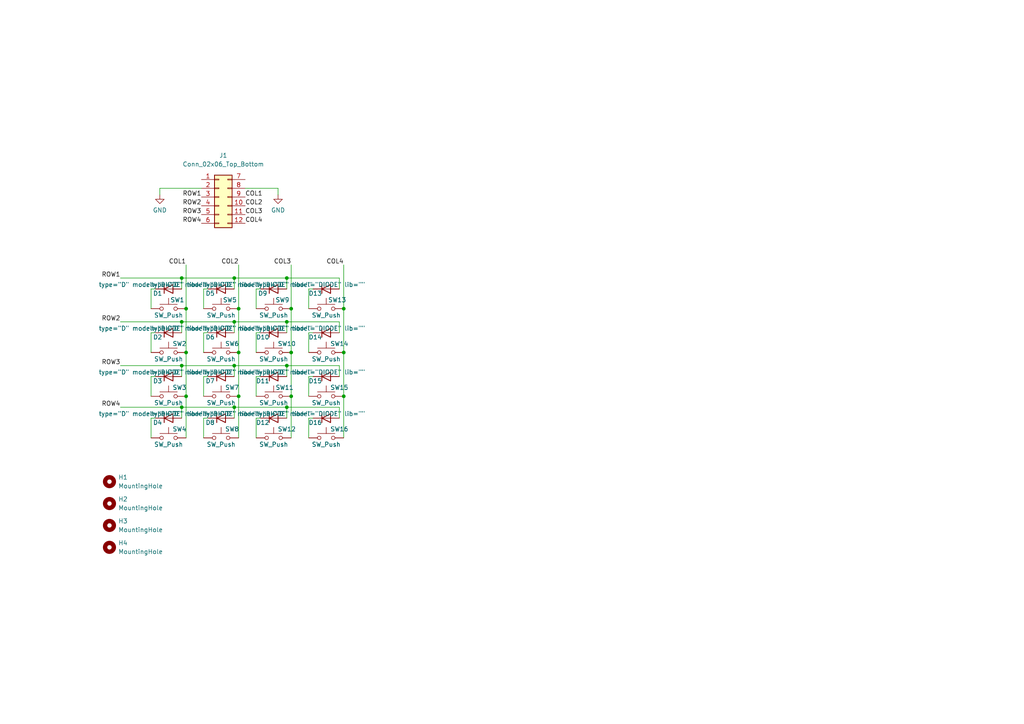
<source format=kicad_sch>
(kicad_sch (version 20211123) (generator eeschema)

  (uuid e63e39d7-6ac0-4ffd-8aa3-1841a4541b55)

  (paper "A4")

  (lib_symbols
    (symbol "Connector_Generic:Conn_02x06_Top_Bottom" (pin_names (offset 1.016) hide) (in_bom yes) (on_board yes)
      (property "Reference" "J" (id 0) (at 1.27 7.62 0)
        (effects (font (size 1.27 1.27)))
      )
      (property "Value" "Conn_02x06_Top_Bottom" (id 1) (at 1.27 -10.16 0)
        (effects (font (size 1.27 1.27)))
      )
      (property "Footprint" "" (id 2) (at 0 0 0)
        (effects (font (size 1.27 1.27)) hide)
      )
      (property "Datasheet" "~" (id 3) (at 0 0 0)
        (effects (font (size 1.27 1.27)) hide)
      )
      (property "ki_keywords" "connector" (id 4) (at 0 0 0)
        (effects (font (size 1.27 1.27)) hide)
      )
      (property "ki_description" "Generic connector, double row, 02x06, top/bottom pin numbering scheme (row 1: 1...pins_per_row, row2: pins_per_row+1 ... num_pins), script generated (kicad-library-utils/schlib/autogen/connector/)" (id 5) (at 0 0 0)
        (effects (font (size 1.27 1.27)) hide)
      )
      (property "ki_fp_filters" "Connector*:*_2x??_*" (id 6) (at 0 0 0)
        (effects (font (size 1.27 1.27)) hide)
      )
      (symbol "Conn_02x06_Top_Bottom_1_1"
        (rectangle (start -1.27 -7.493) (end 0 -7.747)
          (stroke (width 0.1524) (type default) (color 0 0 0 0))
          (fill (type none))
        )
        (rectangle (start -1.27 -4.953) (end 0 -5.207)
          (stroke (width 0.1524) (type default) (color 0 0 0 0))
          (fill (type none))
        )
        (rectangle (start -1.27 -2.413) (end 0 -2.667)
          (stroke (width 0.1524) (type default) (color 0 0 0 0))
          (fill (type none))
        )
        (rectangle (start -1.27 0.127) (end 0 -0.127)
          (stroke (width 0.1524) (type default) (color 0 0 0 0))
          (fill (type none))
        )
        (rectangle (start -1.27 2.667) (end 0 2.413)
          (stroke (width 0.1524) (type default) (color 0 0 0 0))
          (fill (type none))
        )
        (rectangle (start -1.27 5.207) (end 0 4.953)
          (stroke (width 0.1524) (type default) (color 0 0 0 0))
          (fill (type none))
        )
        (rectangle (start -1.27 6.35) (end 3.81 -8.89)
          (stroke (width 0.254) (type default) (color 0 0 0 0))
          (fill (type background))
        )
        (rectangle (start 3.81 -7.493) (end 2.54 -7.747)
          (stroke (width 0.1524) (type default) (color 0 0 0 0))
          (fill (type none))
        )
        (rectangle (start 3.81 -4.953) (end 2.54 -5.207)
          (stroke (width 0.1524) (type default) (color 0 0 0 0))
          (fill (type none))
        )
        (rectangle (start 3.81 -2.413) (end 2.54 -2.667)
          (stroke (width 0.1524) (type default) (color 0 0 0 0))
          (fill (type none))
        )
        (rectangle (start 3.81 0.127) (end 2.54 -0.127)
          (stroke (width 0.1524) (type default) (color 0 0 0 0))
          (fill (type none))
        )
        (rectangle (start 3.81 2.667) (end 2.54 2.413)
          (stroke (width 0.1524) (type default) (color 0 0 0 0))
          (fill (type none))
        )
        (rectangle (start 3.81 5.207) (end 2.54 4.953)
          (stroke (width 0.1524) (type default) (color 0 0 0 0))
          (fill (type none))
        )
        (pin passive line (at -5.08 5.08 0) (length 3.81)
          (name "Pin_1" (effects (font (size 1.27 1.27))))
          (number "1" (effects (font (size 1.27 1.27))))
        )
        (pin passive line (at 7.62 -2.54 180) (length 3.81)
          (name "Pin_10" (effects (font (size 1.27 1.27))))
          (number "10" (effects (font (size 1.27 1.27))))
        )
        (pin passive line (at 7.62 -5.08 180) (length 3.81)
          (name "Pin_11" (effects (font (size 1.27 1.27))))
          (number "11" (effects (font (size 1.27 1.27))))
        )
        (pin passive line (at 7.62 -7.62 180) (length 3.81)
          (name "Pin_12" (effects (font (size 1.27 1.27))))
          (number "12" (effects (font (size 1.27 1.27))))
        )
        (pin passive line (at -5.08 2.54 0) (length 3.81)
          (name "Pin_2" (effects (font (size 1.27 1.27))))
          (number "2" (effects (font (size 1.27 1.27))))
        )
        (pin passive line (at -5.08 0 0) (length 3.81)
          (name "Pin_3" (effects (font (size 1.27 1.27))))
          (number "3" (effects (font (size 1.27 1.27))))
        )
        (pin passive line (at -5.08 -2.54 0) (length 3.81)
          (name "Pin_4" (effects (font (size 1.27 1.27))))
          (number "4" (effects (font (size 1.27 1.27))))
        )
        (pin passive line (at -5.08 -5.08 0) (length 3.81)
          (name "Pin_5" (effects (font (size 1.27 1.27))))
          (number "5" (effects (font (size 1.27 1.27))))
        )
        (pin passive line (at -5.08 -7.62 0) (length 3.81)
          (name "Pin_6" (effects (font (size 1.27 1.27))))
          (number "6" (effects (font (size 1.27 1.27))))
        )
        (pin passive line (at 7.62 5.08 180) (length 3.81)
          (name "Pin_7" (effects (font (size 1.27 1.27))))
          (number "7" (effects (font (size 1.27 1.27))))
        )
        (pin passive line (at 7.62 2.54 180) (length 3.81)
          (name "Pin_8" (effects (font (size 1.27 1.27))))
          (number "8" (effects (font (size 1.27 1.27))))
        )
        (pin passive line (at 7.62 0 180) (length 3.81)
          (name "Pin_9" (effects (font (size 1.27 1.27))))
          (number "9" (effects (font (size 1.27 1.27))))
        )
      )
    )
    (symbol "Mechanical:MountingHole" (pin_names (offset 1.016)) (in_bom yes) (on_board yes)
      (property "Reference" "H" (id 0) (at 0 5.08 0)
        (effects (font (size 1.27 1.27)))
      )
      (property "Value" "MountingHole" (id 1) (at 0 3.175 0)
        (effects (font (size 1.27 1.27)))
      )
      (property "Footprint" "" (id 2) (at 0 0 0)
        (effects (font (size 1.27 1.27)) hide)
      )
      (property "Datasheet" "~" (id 3) (at 0 0 0)
        (effects (font (size 1.27 1.27)) hide)
      )
      (property "ki_keywords" "mounting hole" (id 4) (at 0 0 0)
        (effects (font (size 1.27 1.27)) hide)
      )
      (property "ki_description" "Mounting Hole without connection" (id 5) (at 0 0 0)
        (effects (font (size 1.27 1.27)) hide)
      )
      (property "ki_fp_filters" "MountingHole*" (id 6) (at 0 0 0)
        (effects (font (size 1.27 1.27)) hide)
      )
      (symbol "MountingHole_0_1"
        (circle (center 0 0) (radius 1.27)
          (stroke (width 1.27) (type default) (color 0 0 0 0))
          (fill (type none))
        )
      )
    )
    (symbol "Simulation_SPICE:DIODE" (pin_numbers hide) (pin_names (offset 1.016) hide) (in_bom yes) (on_board yes)
      (property "Reference" "D" (id 0) (at 0 2.54 0)
        (effects (font (size 1.27 1.27)))
      )
      (property "Value" "DIODE" (id 1) (at 0 -2.54 0)
        (effects (font (size 1.27 1.27)))
      )
      (property "Footprint" "" (id 2) (at 0 0 0)
        (effects (font (size 1.27 1.27)) hide)
      )
      (property "Datasheet" "~" (id 3) (at 0 0 0)
        (effects (font (size 1.27 1.27)) hide)
      )
      (property "Spice_Netlist_Enabled" "Y" (id 4) (at 0 0 0)
        (effects (font (size 1.27 1.27)) (justify left) hide)
      )
      (property "Spice_Primitive" "D" (id 5) (at 0 0 0)
        (effects (font (size 1.27 1.27)) (justify left) hide)
      )
      (property "ki_keywords" "simulation" (id 6) (at 0 0 0)
        (effects (font (size 1.27 1.27)) hide)
      )
      (property "ki_description" "Diode, anode on pin 1, for simulation only!" (id 7) (at 0 0 0)
        (effects (font (size 1.27 1.27)) hide)
      )
      (symbol "DIODE_0_1"
        (polyline
          (pts
            (xy 1.27 0)
            (xy -1.27 0)
          )
          (stroke (width 0) (type default) (color 0 0 0 0))
          (fill (type none))
        )
        (polyline
          (pts
            (xy 1.27 1.27)
            (xy 1.27 -1.27)
          )
          (stroke (width 0.254) (type default) (color 0 0 0 0))
          (fill (type none))
        )
        (polyline
          (pts
            (xy -1.27 -1.27)
            (xy -1.27 1.27)
            (xy 1.27 0)
            (xy -1.27 -1.27)
          )
          (stroke (width 0.254) (type default) (color 0 0 0 0))
          (fill (type none))
        )
      )
      (symbol "DIODE_1_1"
        (pin passive line (at -3.81 0 0) (length 2.54)
          (name "A" (effects (font (size 1.27 1.27))))
          (number "1" (effects (font (size 1.27 1.27))))
        )
        (pin passive line (at 3.81 0 180) (length 2.54)
          (name "K" (effects (font (size 1.27 1.27))))
          (number "2" (effects (font (size 1.27 1.27))))
        )
      )
    )
    (symbol "Switch:SW_Push" (pin_numbers hide) (pin_names (offset 1.016) hide) (in_bom yes) (on_board yes)
      (property "Reference" "SW" (id 0) (at 1.27 2.54 0)
        (effects (font (size 1.27 1.27)) (justify left))
      )
      (property "Value" "SW_Push" (id 1) (at 0 -1.524 0)
        (effects (font (size 1.27 1.27)))
      )
      (property "Footprint" "" (id 2) (at 0 5.08 0)
        (effects (font (size 1.27 1.27)) hide)
      )
      (property "Datasheet" "~" (id 3) (at 0 5.08 0)
        (effects (font (size 1.27 1.27)) hide)
      )
      (property "ki_keywords" "switch normally-open pushbutton push-button" (id 4) (at 0 0 0)
        (effects (font (size 1.27 1.27)) hide)
      )
      (property "ki_description" "Push button switch, generic, two pins" (id 5) (at 0 0 0)
        (effects (font (size 1.27 1.27)) hide)
      )
      (symbol "SW_Push_0_1"
        (circle (center -2.032 0) (radius 0.508)
          (stroke (width 0) (type default) (color 0 0 0 0))
          (fill (type none))
        )
        (polyline
          (pts
            (xy 0 1.27)
            (xy 0 3.048)
          )
          (stroke (width 0) (type default) (color 0 0 0 0))
          (fill (type none))
        )
        (polyline
          (pts
            (xy 2.54 1.27)
            (xy -2.54 1.27)
          )
          (stroke (width 0) (type default) (color 0 0 0 0))
          (fill (type none))
        )
        (circle (center 2.032 0) (radius 0.508)
          (stroke (width 0) (type default) (color 0 0 0 0))
          (fill (type none))
        )
        (pin passive line (at -5.08 0 0) (length 2.54)
          (name "1" (effects (font (size 1.27 1.27))))
          (number "1" (effects (font (size 1.27 1.27))))
        )
        (pin passive line (at 5.08 0 180) (length 2.54)
          (name "2" (effects (font (size 1.27 1.27))))
          (number "2" (effects (font (size 1.27 1.27))))
        )
      )
    )
    (symbol "power:GND" (power) (pin_names (offset 0)) (in_bom yes) (on_board yes)
      (property "Reference" "#PWR" (id 0) (at 0 -6.35 0)
        (effects (font (size 1.27 1.27)) hide)
      )
      (property "Value" "GND" (id 1) (at 0 -3.81 0)
        (effects (font (size 1.27 1.27)))
      )
      (property "Footprint" "" (id 2) (at 0 0 0)
        (effects (font (size 1.27 1.27)) hide)
      )
      (property "Datasheet" "" (id 3) (at 0 0 0)
        (effects (font (size 1.27 1.27)) hide)
      )
      (property "ki_keywords" "power-flag" (id 4) (at 0 0 0)
        (effects (font (size 1.27 1.27)) hide)
      )
      (property "ki_description" "Power symbol creates a global label with name \"GND\" , ground" (id 5) (at 0 0 0)
        (effects (font (size 1.27 1.27)) hide)
      )
      (symbol "GND_0_1"
        (polyline
          (pts
            (xy 0 0)
            (xy 0 -1.27)
            (xy 1.27 -1.27)
            (xy 0 -2.54)
            (xy -1.27 -1.27)
            (xy 0 -1.27)
          )
          (stroke (width 0) (type default) (color 0 0 0 0))
          (fill (type none))
        )
      )
      (symbol "GND_1_1"
        (pin power_in line (at 0 0 270) (length 0) hide
          (name "GND" (effects (font (size 1.27 1.27))))
          (number "1" (effects (font (size 1.27 1.27))))
        )
      )
    )
  )

  (junction (at 84.455 89.535) (diameter 0) (color 0 0 0 0)
    (uuid 01723a82-fa08-43be-8721-15096bb9031d)
  )
  (junction (at 99.695 114.935) (diameter 0) (color 0 0 0 0)
    (uuid 0f9ba287-2a61-479b-8852-ddd7990940ce)
  )
  (junction (at 53.975 102.235) (diameter 0) (color 0 0 0 0)
    (uuid 13660b2f-2549-4305-a03e-7c763dff219c)
  )
  (junction (at 52.705 118.11) (diameter 0) (color 0 0 0 0)
    (uuid 24abe29c-3a99-4d5f-a3d2-8cd3a6dbb1f9)
  )
  (junction (at 52.705 80.645) (diameter 0) (color 0 0 0 0)
    (uuid 2f538dc6-030c-4a10-89a8-bc88ece804a6)
  )
  (junction (at 69.215 89.535) (diameter 0) (color 0 0 0 0)
    (uuid 337c5235-aeb0-4a46-b90a-22097903fb57)
  )
  (junction (at 52.705 106.045) (diameter 0) (color 0 0 0 0)
    (uuid 3efb924a-33f5-40ad-bc41-2ebdc95d8b9a)
  )
  (junction (at 99.695 102.235) (diameter 0) (color 0 0 0 0)
    (uuid 4348a376-78c0-499d-b050-832a821981d9)
  )
  (junction (at 53.975 114.935) (diameter 0) (color 0 0 0 0)
    (uuid 5ba4f14b-3667-4c0e-82ed-ecf65ed0bc88)
  )
  (junction (at 83.185 80.645) (diameter 0) (color 0 0 0 0)
    (uuid 6573397a-f835-42ce-aa8f-40ff62a75314)
  )
  (junction (at 67.945 106.045) (diameter 0) (color 0 0 0 0)
    (uuid 6d36ae2d-2e57-42db-a613-d288bda9c1b3)
  )
  (junction (at 67.945 118.11) (diameter 0) (color 0 0 0 0)
    (uuid 749c5942-710d-4633-b4c5-4ca543b4f6f5)
  )
  (junction (at 84.455 114.935) (diameter 0) (color 0 0 0 0)
    (uuid 811b8840-460b-473b-bb4d-58b9abd4dc0b)
  )
  (junction (at 69.215 114.935) (diameter 0) (color 0 0 0 0)
    (uuid 87c219df-9934-4674-89a5-8203ef250360)
  )
  (junction (at 67.945 80.645) (diameter 0) (color 0 0 0 0)
    (uuid a654d21f-b21d-4067-9e45-f588a87ffae3)
  )
  (junction (at 69.215 102.235) (diameter 0) (color 0 0 0 0)
    (uuid adb4b374-3456-4f73-a128-784a9fdc72fd)
  )
  (junction (at 83.185 93.345) (diameter 0) (color 0 0 0 0)
    (uuid c6c13c12-d17b-422c-9c9c-9cb261067855)
  )
  (junction (at 52.705 93.345) (diameter 0) (color 0 0 0 0)
    (uuid c9f9d1e9-12ea-4ca3-9cf9-99d92c3f8aa3)
  )
  (junction (at 83.185 118.11) (diameter 0) (color 0 0 0 0)
    (uuid d74daecb-ea77-440d-a5fe-0fa8cb635fe2)
  )
  (junction (at 99.695 89.535) (diameter 0) (color 0 0 0 0)
    (uuid e1991f6c-0bb0-408d-85c6-446d1df97641)
  )
  (junction (at 83.185 106.045) (diameter 0) (color 0 0 0 0)
    (uuid e3008e4e-88b0-4286-b6bc-8b279772d07a)
  )
  (junction (at 67.945 93.345) (diameter 0) (color 0 0 0 0)
    (uuid f2c449ac-4242-47f7-8661-24dee12286a1)
  )
  (junction (at 84.455 102.235) (diameter 0) (color 0 0 0 0)
    (uuid f97f8e70-3f1e-4b8d-9738-df187d27f5d7)
  )
  (junction (at 53.975 89.535) (diameter 0) (color 0 0 0 0)
    (uuid fa4d7b27-dd43-4fd3-bae6-74d440b1f8fa)
  )

  (wire (pts (xy 67.945 106.045) (xy 83.185 106.045))
    (stroke (width 0) (type default) (color 0 0 0 0))
    (uuid 01a3cd73-9c2c-43cf-ad62-c0e5060d2128)
  )
  (wire (pts (xy 52.705 106.045) (xy 67.945 106.045))
    (stroke (width 0) (type default) (color 0 0 0 0))
    (uuid 06e8718a-d98e-4839-a652-38c7b7ecce78)
  )
  (wire (pts (xy 59.055 83.82) (xy 59.055 89.535))
    (stroke (width 0) (type default) (color 0 0 0 0))
    (uuid 096c17a2-a2ac-4fbd-9636-e242a9ea91f9)
  )
  (wire (pts (xy 34.925 80.645) (xy 52.705 80.645))
    (stroke (width 0) (type default) (color 0 0 0 0))
    (uuid 0c02527a-78fb-4f74-aaf7-c2da7af77c52)
  )
  (wire (pts (xy 69.215 76.835) (xy 69.215 89.535))
    (stroke (width 0) (type default) (color 0 0 0 0))
    (uuid 0c701839-e0c0-4ce3-9010-e6dcd5f568ca)
  )
  (wire (pts (xy 90.805 109.22) (xy 89.535 109.22))
    (stroke (width 0) (type default) (color 0 0 0 0))
    (uuid 0e3ef976-c49e-4b76-95be-3158a39d9c42)
  )
  (wire (pts (xy 45.085 96.52) (xy 43.815 96.52))
    (stroke (width 0) (type default) (color 0 0 0 0))
    (uuid 125c2037-842f-482b-a09e-4035e2d9d8ed)
  )
  (wire (pts (xy 98.425 83.82) (xy 98.425 80.645))
    (stroke (width 0) (type default) (color 0 0 0 0))
    (uuid 1859f614-d367-4f5d-a6a7-87f59d922033)
  )
  (wire (pts (xy 98.425 121.285) (xy 98.425 118.11))
    (stroke (width 0) (type default) (color 0 0 0 0))
    (uuid 195d3e6f-5e77-4e54-ac06-11c0f2c5437e)
  )
  (wire (pts (xy 84.455 89.535) (xy 84.455 102.235))
    (stroke (width 0) (type default) (color 0 0 0 0))
    (uuid 1cccfad9-77ed-41ae-a006-b7fb3465c41a)
  )
  (wire (pts (xy 59.055 96.52) (xy 59.055 102.235))
    (stroke (width 0) (type default) (color 0 0 0 0))
    (uuid 27bcf69e-c2fb-4c6d-97ae-dcd404de3df2)
  )
  (wire (pts (xy 67.945 83.82) (xy 67.945 80.645))
    (stroke (width 0) (type default) (color 0 0 0 0))
    (uuid 29bfede2-0975-40c7-b474-bd9e60b81c8f)
  )
  (wire (pts (xy 84.455 76.835) (xy 84.455 89.535))
    (stroke (width 0) (type default) (color 0 0 0 0))
    (uuid 2f41cb30-67ad-45b0-a74d-0b64575cb6c2)
  )
  (wire (pts (xy 53.975 89.535) (xy 53.975 102.235))
    (stroke (width 0) (type default) (color 0 0 0 0))
    (uuid 30373001-f456-486c-8552-a67068f7a009)
  )
  (wire (pts (xy 53.975 114.935) (xy 53.975 127))
    (stroke (width 0) (type default) (color 0 0 0 0))
    (uuid 30b6e8a2-4681-41e2-a818-79f7637e9d65)
  )
  (wire (pts (xy 59.055 109.22) (xy 59.055 114.935))
    (stroke (width 0) (type default) (color 0 0 0 0))
    (uuid 34d5a8eb-6526-4d70-adbb-15b34a6797ab)
  )
  (wire (pts (xy 60.325 83.82) (xy 59.055 83.82))
    (stroke (width 0) (type default) (color 0 0 0 0))
    (uuid 3695fcbb-06f6-4ce7-a9d7-a47e3f047ac1)
  )
  (wire (pts (xy 84.455 102.235) (xy 84.455 114.935))
    (stroke (width 0) (type default) (color 0 0 0 0))
    (uuid 3b5f5a12-eebb-4814-9269-a47c068699ae)
  )
  (wire (pts (xy 52.705 93.345) (xy 52.705 96.52))
    (stroke (width 0) (type default) (color 0 0 0 0))
    (uuid 4731df6f-8c46-4a2c-867c-723f0b4e687e)
  )
  (wire (pts (xy 99.695 114.935) (xy 99.695 127))
    (stroke (width 0) (type default) (color 0 0 0 0))
    (uuid 483e1a7c-c755-48dc-b458-96a6b575bb7d)
  )
  (wire (pts (xy 60.325 109.22) (xy 59.055 109.22))
    (stroke (width 0) (type default) (color 0 0 0 0))
    (uuid 4de1c272-850c-4350-8101-dc54ae5d2ce7)
  )
  (wire (pts (xy 52.705 93.345) (xy 67.945 93.345))
    (stroke (width 0) (type default) (color 0 0 0 0))
    (uuid 4df3ae61-2736-4f78-8206-1e18902cd6fb)
  )
  (wire (pts (xy 83.185 106.045) (xy 83.185 109.22))
    (stroke (width 0) (type default) (color 0 0 0 0))
    (uuid 5484abb9-0303-445c-bbd6-d411db72ee63)
  )
  (wire (pts (xy 45.085 121.285) (xy 43.815 121.285))
    (stroke (width 0) (type default) (color 0 0 0 0))
    (uuid 55de1112-a870-49a7-9371-2ea4a99b9c9b)
  )
  (wire (pts (xy 74.295 96.52) (xy 74.295 102.235))
    (stroke (width 0) (type default) (color 0 0 0 0))
    (uuid 59276dce-6fac-432f-820e-7d5624ee650e)
  )
  (wire (pts (xy 53.975 102.235) (xy 53.975 114.935))
    (stroke (width 0) (type default) (color 0 0 0 0))
    (uuid 59c5e836-56e3-4b88-82e4-be54a410ecac)
  )
  (wire (pts (xy 90.805 121.285) (xy 89.535 121.285))
    (stroke (width 0) (type default) (color 0 0 0 0))
    (uuid 5a32fbfe-ee18-4063-bfc5-771e527851da)
  )
  (wire (pts (xy 98.425 109.22) (xy 98.425 106.045))
    (stroke (width 0) (type default) (color 0 0 0 0))
    (uuid 5ca4a2ae-c434-4f79-96ca-5e0b113ae8c5)
  )
  (wire (pts (xy 52.705 80.645) (xy 52.705 83.82))
    (stroke (width 0) (type default) (color 0 0 0 0))
    (uuid 5d95a826-08cb-460c-87b4-e37f06abfc61)
  )
  (wire (pts (xy 67.945 93.345) (xy 83.185 93.345))
    (stroke (width 0) (type default) (color 0 0 0 0))
    (uuid 62534a2d-2435-403e-b769-33c4b9c83ce2)
  )
  (wire (pts (xy 45.085 109.22) (xy 43.815 109.22))
    (stroke (width 0) (type default) (color 0 0 0 0))
    (uuid 6301ac18-2e3c-43b9-8a42-69a209196297)
  )
  (wire (pts (xy 75.565 83.82) (xy 74.295 83.82))
    (stroke (width 0) (type default) (color 0 0 0 0))
    (uuid 687347ca-d6c6-4f0b-bc97-660b53a27e24)
  )
  (wire (pts (xy 59.055 121.285) (xy 59.055 127))
    (stroke (width 0) (type default) (color 0 0 0 0))
    (uuid 6b82bb9e-8654-4bbc-98d2-bf8ecae94c23)
  )
  (wire (pts (xy 52.705 80.645) (xy 67.945 80.645))
    (stroke (width 0) (type default) (color 0 0 0 0))
    (uuid 6bb457a7-b906-4260-8a94-5a930b04f8ee)
  )
  (wire (pts (xy 43.815 109.22) (xy 43.815 114.935))
    (stroke (width 0) (type default) (color 0 0 0 0))
    (uuid 78d4a260-3dc9-4391-b146-15bc6a10a046)
  )
  (wire (pts (xy 69.215 114.935) (xy 69.215 127))
    (stroke (width 0) (type default) (color 0 0 0 0))
    (uuid 7ed4fd56-77a9-403a-8cab-6f9df01277ec)
  )
  (wire (pts (xy 74.295 109.22) (xy 74.295 114.935))
    (stroke (width 0) (type default) (color 0 0 0 0))
    (uuid 8131b8d1-f41e-47cd-a09e-aaf6a0ebc440)
  )
  (wire (pts (xy 89.535 96.52) (xy 89.535 102.235))
    (stroke (width 0) (type default) (color 0 0 0 0))
    (uuid 81b1c480-9e19-475e-8371-e3bbf9525f49)
  )
  (wire (pts (xy 67.945 106.045) (xy 67.945 109.22))
    (stroke (width 0) (type default) (color 0 0 0 0))
    (uuid 83a585df-7c7d-4ed6-86ef-c230b1a7b557)
  )
  (wire (pts (xy 45.085 83.82) (xy 43.815 83.82))
    (stroke (width 0) (type default) (color 0 0 0 0))
    (uuid 844bcb23-6471-4d07-8efd-074aee95d94c)
  )
  (wire (pts (xy 98.425 96.52) (xy 98.425 93.345))
    (stroke (width 0) (type default) (color 0 0 0 0))
    (uuid 9106afe3-401f-409b-a81b-2962afafe459)
  )
  (wire (pts (xy 67.945 118.11) (xy 83.185 118.11))
    (stroke (width 0) (type default) (color 0 0 0 0))
    (uuid 9123b9aa-e10b-4b67-99da-0a13059efa0d)
  )
  (wire (pts (xy 83.185 80.645) (xy 83.185 83.82))
    (stroke (width 0) (type default) (color 0 0 0 0))
    (uuid 92d768a9-c6fa-4cde-a08c-9b9aa25d1bcb)
  )
  (wire (pts (xy 46.355 54.61) (xy 46.355 56.515))
    (stroke (width 0) (type default) (color 0 0 0 0))
    (uuid 9bb71c85-174b-4e68-b9a7-85735fbf335e)
  )
  (wire (pts (xy 71.12 54.61) (xy 80.645 54.61))
    (stroke (width 0) (type default) (color 0 0 0 0))
    (uuid 9c8c11d8-8399-4371-a552-3f57f17f9b3e)
  )
  (wire (pts (xy 43.815 121.285) (xy 43.815 127))
    (stroke (width 0) (type default) (color 0 0 0 0))
    (uuid 9d6b4b62-352c-4d75-aa48-19d7df0ce73f)
  )
  (wire (pts (xy 69.215 102.235) (xy 69.215 114.935))
    (stroke (width 0) (type default) (color 0 0 0 0))
    (uuid a1fb6f61-b0de-4a5c-857f-e19edc48afcb)
  )
  (wire (pts (xy 99.695 89.535) (xy 99.695 102.235))
    (stroke (width 0) (type default) (color 0 0 0 0))
    (uuid a328d2a6-721c-4f6f-8ab1-a23a5575c216)
  )
  (wire (pts (xy 34.925 118.11) (xy 52.705 118.11))
    (stroke (width 0) (type default) (color 0 0 0 0))
    (uuid a7d40ad1-920d-4530-a0cb-62ab86eec178)
  )
  (wire (pts (xy 75.565 109.22) (xy 74.295 109.22))
    (stroke (width 0) (type default) (color 0 0 0 0))
    (uuid a9a951eb-453d-438d-b7c6-417c08c0cd0a)
  )
  (wire (pts (xy 34.925 93.345) (xy 52.705 93.345))
    (stroke (width 0) (type default) (color 0 0 0 0))
    (uuid ab7dc4d4-5dc7-49bb-b787-a437c8867f4b)
  )
  (wire (pts (xy 80.645 54.61) (xy 80.645 56.515))
    (stroke (width 0) (type default) (color 0 0 0 0))
    (uuid ac520072-620c-4cfa-b9bd-a281a63f5c8e)
  )
  (wire (pts (xy 67.945 93.345) (xy 67.945 96.52))
    (stroke (width 0) (type default) (color 0 0 0 0))
    (uuid b0129afd-6d29-4ab0-8d4b-52648eb2fb5d)
  )
  (wire (pts (xy 89.535 83.82) (xy 89.535 89.535))
    (stroke (width 0) (type default) (color 0 0 0 0))
    (uuid b349e624-bd91-44e3-878c-719664c3ac80)
  )
  (wire (pts (xy 52.705 106.045) (xy 52.705 109.22))
    (stroke (width 0) (type default) (color 0 0 0 0))
    (uuid b3f178bb-f0a6-496b-9fd4-f58d4b55c01b)
  )
  (wire (pts (xy 60.325 121.285) (xy 59.055 121.285))
    (stroke (width 0) (type default) (color 0 0 0 0))
    (uuid b4c1231e-ccd6-4194-9c68-dfaa0300c03a)
  )
  (wire (pts (xy 67.945 80.645) (xy 83.185 80.645))
    (stroke (width 0) (type default) (color 0 0 0 0))
    (uuid b57efc44-ffc6-4559-9091-160cfc57e242)
  )
  (wire (pts (xy 75.565 121.285) (xy 74.295 121.285))
    (stroke (width 0) (type default) (color 0 0 0 0))
    (uuid b9ec5299-d175-4109-adaf-cffb55d72216)
  )
  (wire (pts (xy 74.295 121.285) (xy 74.295 127))
    (stroke (width 0) (type default) (color 0 0 0 0))
    (uuid c549eb34-3984-4364-afff-9d7fc32baa7e)
  )
  (wire (pts (xy 67.945 118.11) (xy 67.945 121.285))
    (stroke (width 0) (type default) (color 0 0 0 0))
    (uuid caf2a56d-27c1-4ba3-8f5b-926ccb50377e)
  )
  (wire (pts (xy 99.695 102.235) (xy 99.695 114.935))
    (stroke (width 0) (type default) (color 0 0 0 0))
    (uuid cc936e05-2b78-4958-9047-4418a69e1ded)
  )
  (wire (pts (xy 52.705 118.11) (xy 52.705 121.285))
    (stroke (width 0) (type default) (color 0 0 0 0))
    (uuid cccb9c09-5c66-4613-91bb-06e3d23f2f9c)
  )
  (wire (pts (xy 99.695 76.835) (xy 99.695 89.535))
    (stroke (width 0) (type default) (color 0 0 0 0))
    (uuid cd4b198d-1afa-4cd9-8a77-4415102a6906)
  )
  (wire (pts (xy 58.42 54.61) (xy 46.355 54.61))
    (stroke (width 0) (type default) (color 0 0 0 0))
    (uuid d682aa65-e29a-46ce-8d4f-dd4934c5442a)
  )
  (wire (pts (xy 83.185 118.11) (xy 98.425 118.11))
    (stroke (width 0) (type default) (color 0 0 0 0))
    (uuid d76ee6a2-575b-4ee6-9993-500dbe18d133)
  )
  (wire (pts (xy 90.805 96.52) (xy 89.535 96.52))
    (stroke (width 0) (type default) (color 0 0 0 0))
    (uuid db9baeaa-6039-44c5-8b15-743eb057d0c6)
  )
  (wire (pts (xy 43.815 83.82) (xy 43.815 89.535))
    (stroke (width 0) (type default) (color 0 0 0 0))
    (uuid e037cc7a-bec7-4505-9bf4-4dd4788f9d38)
  )
  (wire (pts (xy 53.975 76.835) (xy 53.975 89.535))
    (stroke (width 0) (type default) (color 0 0 0 0))
    (uuid e0945dc2-934b-4124-afc4-e02020ea592f)
  )
  (wire (pts (xy 90.805 83.82) (xy 89.535 83.82))
    (stroke (width 0) (type default) (color 0 0 0 0))
    (uuid e15ae886-0eb7-44a5-b3c2-208e751d0032)
  )
  (wire (pts (xy 43.815 96.52) (xy 43.815 102.235))
    (stroke (width 0) (type default) (color 0 0 0 0))
    (uuid e36a766a-9972-4068-a73c-91027cf121ef)
  )
  (wire (pts (xy 83.185 93.345) (xy 98.425 93.345))
    (stroke (width 0) (type default) (color 0 0 0 0))
    (uuid e3b6e6b2-ad64-4400-82d5-aab6bf671c15)
  )
  (wire (pts (xy 69.215 89.535) (xy 69.215 102.235))
    (stroke (width 0) (type default) (color 0 0 0 0))
    (uuid e6d5ef25-c51e-4a95-9ea3-dfba1e971d8a)
  )
  (wire (pts (xy 52.705 118.11) (xy 67.945 118.11))
    (stroke (width 0) (type default) (color 0 0 0 0))
    (uuid e71eb425-7c38-4613-96f8-af8628c503ef)
  )
  (wire (pts (xy 34.925 106.045) (xy 52.705 106.045))
    (stroke (width 0) (type default) (color 0 0 0 0))
    (uuid ea295993-f543-4e2d-922c-4ebca7b624ae)
  )
  (wire (pts (xy 83.185 118.11) (xy 83.185 121.285))
    (stroke (width 0) (type default) (color 0 0 0 0))
    (uuid ea83994b-d771-42d8-9d34-4c6baa538448)
  )
  (wire (pts (xy 83.185 80.645) (xy 98.425 80.645))
    (stroke (width 0) (type default) (color 0 0 0 0))
    (uuid eac5e22a-dbaf-49d5-94d2-74d8b6f6c9d0)
  )
  (wire (pts (xy 83.185 93.345) (xy 83.185 96.52))
    (stroke (width 0) (type default) (color 0 0 0 0))
    (uuid ecdb0653-e4cf-42cd-bdef-ec63b3661292)
  )
  (wire (pts (xy 60.325 96.52) (xy 59.055 96.52))
    (stroke (width 0) (type default) (color 0 0 0 0))
    (uuid f1c1588a-bad7-499d-bc75-8a32f59551f0)
  )
  (wire (pts (xy 83.185 106.045) (xy 98.425 106.045))
    (stroke (width 0) (type default) (color 0 0 0 0))
    (uuid fb964236-ff8c-4b46-9552-664bfd4ddb42)
  )
  (wire (pts (xy 75.565 96.52) (xy 74.295 96.52))
    (stroke (width 0) (type default) (color 0 0 0 0))
    (uuid fc68eb0a-3b7e-49b6-83d9-49d5b4e99868)
  )
  (wire (pts (xy 89.535 121.285) (xy 89.535 127))
    (stroke (width 0) (type default) (color 0 0 0 0))
    (uuid fca01052-0a55-4b26-8f8e-f1ff41b818f0)
  )
  (wire (pts (xy 84.455 114.935) (xy 84.455 127))
    (stroke (width 0) (type default) (color 0 0 0 0))
    (uuid fe4b0458-4863-42c7-a846-bd32aacaea38)
  )
  (wire (pts (xy 89.535 109.22) (xy 89.535 114.935))
    (stroke (width 0) (type default) (color 0 0 0 0))
    (uuid feab2794-505e-41aa-a65d-930eae17a826)
  )
  (wire (pts (xy 74.295 83.82) (xy 74.295 89.535))
    (stroke (width 0) (type default) (color 0 0 0 0))
    (uuid ff004747-b43d-45b5-af35-930009320684)
  )

  (label "COL2" (at 69.215 76.835 180)
    (effects (font (size 1.27 1.27)) (justify right bottom))
    (uuid 0f952119-f65d-484d-bbcf-644010566eac)
  )
  (label "COL3" (at 71.12 62.23 0)
    (effects (font (size 1.27 1.27)) (justify left bottom))
    (uuid 12478224-875d-4941-9b19-e9e020a4c7da)
  )
  (label "ROW4" (at 58.42 64.77 180)
    (effects (font (size 1.27 1.27)) (justify right bottom))
    (uuid 2650ddaf-2e34-407d-bfbc-912265499178)
  )
  (label "ROW3" (at 34.925 106.045 180)
    (effects (font (size 1.27 1.27)) (justify right bottom))
    (uuid 3fd30dcb-52fe-4dca-8228-2f849c907ae7)
  )
  (label "ROW1" (at 34.925 80.645 180)
    (effects (font (size 1.27 1.27)) (justify right bottom))
    (uuid 602c4493-6619-4c20-b405-8f30e83345cb)
  )
  (label "COL4" (at 99.695 76.835 180)
    (effects (font (size 1.27 1.27)) (justify right bottom))
    (uuid 68bfc56e-adf4-4955-a9d8-663b352ff472)
  )
  (label "COL4" (at 71.12 64.77 0)
    (effects (font (size 1.27 1.27)) (justify left bottom))
    (uuid 75361fe3-0521-430d-a8f3-de396594940b)
  )
  (label "ROW1" (at 58.42 57.15 180)
    (effects (font (size 1.27 1.27)) (justify right bottom))
    (uuid 7dfab576-70da-431d-bdfc-d7e7f255a417)
  )
  (label "COL2" (at 71.12 59.69 0)
    (effects (font (size 1.27 1.27)) (justify left bottom))
    (uuid 87fe4c17-6633-4fd5-8646-de2ee95d3c1c)
  )
  (label "COL3" (at 84.455 76.835 180)
    (effects (font (size 1.27 1.27)) (justify right bottom))
    (uuid 99a4aa52-57ac-47b7-9fdc-3b3a5f6802f8)
  )
  (label "ROW2" (at 58.42 59.69 180)
    (effects (font (size 1.27 1.27)) (justify right bottom))
    (uuid b723f10d-c529-4a36-8068-758747c375d4)
  )
  (label "COL1" (at 71.12 57.15 0)
    (effects (font (size 1.27 1.27)) (justify left bottom))
    (uuid c2f69745-7a8c-4283-a5ac-60c3a48ec08c)
  )
  (label "ROW4" (at 34.925 118.11 180)
    (effects (font (size 1.27 1.27)) (justify right bottom))
    (uuid d39a3592-27fa-4a1e-b473-5a4ab80a7a74)
  )
  (label "COL1" (at 53.975 76.835 180)
    (effects (font (size 1.27 1.27)) (justify right bottom))
    (uuid d53c9461-eeab-4ea2-83d3-c5677294ad07)
  )
  (label "ROW2" (at 34.925 93.345 180)
    (effects (font (size 1.27 1.27)) (justify right bottom))
    (uuid f3e95bae-5842-4e41-b49e-234dd368900a)
  )
  (label "ROW3" (at 58.42 62.23 180)
    (effects (font (size 1.27 1.27)) (justify right bottom))
    (uuid f6e5e2ac-47b6-4c08-9252-8157b90f2fff)
  )

  (symbol (lib_id "Switch:SW_Push") (at 48.895 114.935 0) (unit 1)
    (in_bom yes) (on_board yes)
    (uuid 00581c2f-9fc6-41d9-ad0c-bf63324c8592)
    (property "Reference" "SW3" (id 0) (at 52.07 112.395 0))
    (property "Value" "SW_Push" (id 1) (at 48.895 116.84 0))
    (property "Footprint" "Button_Switch_Keyboard:SW_Cherry_MX_1.00u_PCB" (id 2) (at 48.895 109.855 0)
      (effects (font (size 1.27 1.27)) hide)
    )
    (property "Datasheet" "~" (id 3) (at 48.895 109.855 0)
      (effects (font (size 1.27 1.27)) hide)
    )
    (pin "1" (uuid 502b55ab-14a2-4ae3-b4f1-94ca8f013e62))
    (pin "2" (uuid 9c148724-e93c-4cd1-bb70-8332d1c260f3))
  )

  (symbol (lib_id "Simulation_SPICE:DIODE") (at 94.615 83.82 180) (unit 1)
    (in_bom yes) (on_board yes)
    (uuid 02c0d82d-36a1-49cd-8e37-5fc833c16846)
    (property "Reference" "D13" (id 0) (at 91.44 85.09 0))
    (property "Value" "DIODE" (id 1) (at 90.17 82.55 0))
    (property "Footprint" "Diode_SMD:D_0805_2012Metric_Pad1.15x1.40mm_HandSolder" (id 2) (at 94.615 83.82 0)
      (effects (font (size 1.27 1.27)) hide)
    )
    (property "Datasheet" "~" (id 3) (at 94.615 83.82 0)
      (effects (font (size 1.27 1.27)) hide)
    )
    (property "Spice_Netlist_Enabled" "Y" (id 4) (at 94.615 83.82 0)
      (effects (font (size 1.27 1.27)) (justify left) hide)
    )
    (property "Spice_Primitive" "D" (id 5) (at 94.615 83.82 0)
      (effects (font (size 1.27 1.27)) (justify left) hide)
    )
    (pin "1" (uuid e68b0a18-cd01-407b-81fd-f4e30600e8cf))
    (pin "2" (uuid 2a4ce8f3-c57a-4afa-8667-4dbb0a8d01ff))
  )

  (symbol (lib_id "Switch:SW_Push") (at 64.135 89.535 0) (unit 1)
    (in_bom yes) (on_board yes)
    (uuid 05fa284e-a2e6-49ba-98c7-dc67ad764f03)
    (property "Reference" "SW5" (id 0) (at 66.675 86.995 0))
    (property "Value" "SW_Push" (id 1) (at 64.135 91.44 0))
    (property "Footprint" "Button_Switch_Keyboard:SW_Cherry_MX_1.00u_PCB" (id 2) (at 64.135 84.455 0)
      (effects (font (size 1.27 1.27)) hide)
    )
    (property "Datasheet" "~" (id 3) (at 64.135 84.455 0)
      (effects (font (size 1.27 1.27)) hide)
    )
    (pin "1" (uuid 14f4cbf4-f50f-4d87-b456-ea2286266803))
    (pin "2" (uuid d99db268-0ada-4fc5-aaa5-3e83858096b5))
  )

  (symbol (lib_id "Simulation_SPICE:DIODE") (at 48.895 96.52 180) (unit 1)
    (in_bom yes) (on_board yes)
    (uuid 10add3ac-0e21-44b5-b861-335f1bc123fb)
    (property "Reference" "D2" (id 0) (at 45.72 97.79 0))
    (property "Value" "DIODE" (id 1) (at 44.45 95.25 0))
    (property "Footprint" "Diode_SMD:D_0805_2012Metric_Pad1.15x1.40mm_HandSolder" (id 2) (at 48.895 96.52 0)
      (effects (font (size 1.27 1.27)) hide)
    )
    (property "Datasheet" "~" (id 3) (at 48.895 96.52 0)
      (effects (font (size 1.27 1.27)) hide)
    )
    (property "Spice_Netlist_Enabled" "Y" (id 4) (at 48.895 96.52 0)
      (effects (font (size 1.27 1.27)) (justify left) hide)
    )
    (property "Spice_Primitive" "D" (id 5) (at 48.895 96.52 0)
      (effects (font (size 1.27 1.27)) (justify left) hide)
    )
    (pin "1" (uuid a2b62cc1-714b-4ec6-a025-55f9372cf140))
    (pin "2" (uuid 95b24320-9561-49a4-8fa8-67f992a5e4fb))
  )

  (symbol (lib_id "Simulation_SPICE:DIODE") (at 48.895 83.82 180) (unit 1)
    (in_bom yes) (on_board yes)
    (uuid 11b3a633-764b-4952-b118-593e2b316ba7)
    (property "Reference" "D1" (id 0) (at 45.72 85.09 0))
    (property "Value" "DIODE" (id 1) (at 44.45 82.55 0))
    (property "Footprint" "Diode_SMD:D_0805_2012Metric_Pad1.15x1.40mm_HandSolder" (id 2) (at 48.895 83.82 0)
      (effects (font (size 1.27 1.27)) hide)
    )
    (property "Datasheet" "~" (id 3) (at 48.895 83.82 0)
      (effects (font (size 1.27 1.27)) hide)
    )
    (property "Spice_Netlist_Enabled" "Y" (id 4) (at 48.895 83.82 0)
      (effects (font (size 1.27 1.27)) (justify left) hide)
    )
    (property "Spice_Primitive" "D" (id 5) (at 48.895 83.82 0)
      (effects (font (size 1.27 1.27)) (justify left) hide)
    )
    (pin "1" (uuid 543922e9-1863-4f13-a24d-b1d41724ca8e))
    (pin "2" (uuid 7a87a459-73eb-4f08-8858-b49ca522be0a))
  )

  (symbol (lib_id "Connector_Generic:Conn_02x06_Top_Bottom") (at 63.5 57.15 0) (unit 1)
    (in_bom yes) (on_board yes) (fields_autoplaced)
    (uuid 296ded40-ed53-4798-8db4-dad7b794226b)
    (property "Reference" "J1" (id 0) (at 64.77 45.085 0))
    (property "Value" "Conn_02x06_Top_Bottom" (id 1) (at 64.77 47.625 0))
    (property "Footprint" "Connector_PinHeader_2.54mm:PinHeader_2x06_P2.54mm_Horizontal" (id 2) (at 63.5 57.15 0)
      (effects (font (size 1.27 1.27)) hide)
    )
    (property "Datasheet" "~" (id 3) (at 63.5 57.15 0)
      (effects (font (size 1.27 1.27)) hide)
    )
    (pin "1" (uuid 8019bb27-2172-4d60-932e-7bd55a890b6c))
    (pin "10" (uuid 0588e431-d56d-4df4-9ffd-6cd4bba412cb))
    (pin "11" (uuid f1128c56-7c01-4d79-834b-ceab4dc35180))
    (pin "12" (uuid 15e1670d-9e79-4a5e-88ad-fbbb238a3e8a))
    (pin "2" (uuid ad09de7f-a090-4e65-951a-7cf11f73b06d))
    (pin "3" (uuid 76862e4a-1816-475c-9943-666036c637f7))
    (pin "4" (uuid 57121f1d-c971-4830-b974-00f7d706f0c9))
    (pin "5" (uuid ec13b96e-bc69-4de2-80ef-a515cc44afb5))
    (pin "6" (uuid f11a78b7-152e-46cf-81d1-bc8194db05a9))
    (pin "7" (uuid ea8efd53-9e19-4e37-86f5-e6c0c681f735))
    (pin "8" (uuid 567a04d6-5dce-4e5f-9e8e-f34010ecea5b))
    (pin "9" (uuid f413d088-6fb9-4a8a-88fd-666ff68b7fdf))
  )

  (symbol (lib_id "Simulation_SPICE:DIODE") (at 48.895 121.285 180) (unit 1)
    (in_bom yes) (on_board yes)
    (uuid 44f0e184-c251-4006-8bf2-b305c7375ec9)
    (property "Reference" "D4" (id 0) (at 45.72 122.555 0))
    (property "Value" "DIODE" (id 1) (at 44.45 120.015 0))
    (property "Footprint" "Diode_SMD:D_0805_2012Metric_Pad1.15x1.40mm_HandSolder" (id 2) (at 48.895 121.285 0)
      (effects (font (size 1.27 1.27)) hide)
    )
    (property "Datasheet" "~" (id 3) (at 48.895 121.285 0)
      (effects (font (size 1.27 1.27)) hide)
    )
    (property "Spice_Netlist_Enabled" "Y" (id 4) (at 48.895 121.285 0)
      (effects (font (size 1.27 1.27)) (justify left) hide)
    )
    (property "Spice_Primitive" "D" (id 5) (at 48.895 121.285 0)
      (effects (font (size 1.27 1.27)) (justify left) hide)
    )
    (pin "1" (uuid b64f1304-3d3a-4c37-bc8b-0d05f927658a))
    (pin "2" (uuid 7c2b1fe6-2768-4a41-ad58-deae8c1ca1f6))
  )

  (symbol (lib_id "Switch:SW_Push") (at 48.895 127 0) (unit 1)
    (in_bom yes) (on_board yes)
    (uuid 48228079-b4cc-4b8b-9954-bddc316c4dfa)
    (property "Reference" "SW4" (id 0) (at 52.07 124.46 0))
    (property "Value" "SW_Push" (id 1) (at 48.895 128.905 0))
    (property "Footprint" "Button_Switch_Keyboard:SW_Cherry_MX_1.00u_PCB" (id 2) (at 48.895 121.92 0)
      (effects (font (size 1.27 1.27)) hide)
    )
    (property "Datasheet" "~" (id 3) (at 48.895 121.92 0)
      (effects (font (size 1.27 1.27)) hide)
    )
    (pin "1" (uuid 55a80697-f108-409c-af74-2940f4a21c19))
    (pin "2" (uuid 051dba2b-0f51-461a-9b95-bc04eb954db7))
  )

  (symbol (lib_id "Simulation_SPICE:DIODE") (at 94.615 109.22 180) (unit 1)
    (in_bom yes) (on_board yes)
    (uuid 57491027-8e61-470a-b600-543de5024ea9)
    (property "Reference" "D15" (id 0) (at 91.44 110.49 0))
    (property "Value" "DIODE" (id 1) (at 90.17 107.95 0))
    (property "Footprint" "Diode_SMD:D_0805_2012Metric_Pad1.15x1.40mm_HandSolder" (id 2) (at 94.615 109.22 0)
      (effects (font (size 1.27 1.27)) hide)
    )
    (property "Datasheet" "~" (id 3) (at 94.615 109.22 0)
      (effects (font (size 1.27 1.27)) hide)
    )
    (property "Spice_Netlist_Enabled" "Y" (id 4) (at 94.615 109.22 0)
      (effects (font (size 1.27 1.27)) (justify left) hide)
    )
    (property "Spice_Primitive" "D" (id 5) (at 94.615 109.22 0)
      (effects (font (size 1.27 1.27)) (justify left) hide)
    )
    (pin "1" (uuid 9d7d5e03-8d9e-4902-857f-cc953382bc19))
    (pin "2" (uuid 66c71a98-fc14-48c5-b4de-3846882543d4))
  )

  (symbol (lib_id "Simulation_SPICE:DIODE") (at 64.135 109.22 180) (unit 1)
    (in_bom yes) (on_board yes)
    (uuid 574f9172-1b0f-409e-ba3a-00ba1fee972a)
    (property "Reference" "D7" (id 0) (at 60.96 110.49 0))
    (property "Value" "DIODE" (id 1) (at 59.69 107.95 0))
    (property "Footprint" "Diode_SMD:D_0805_2012Metric_Pad1.15x1.40mm_HandSolder" (id 2) (at 64.135 109.22 0)
      (effects (font (size 1.27 1.27)) hide)
    )
    (property "Datasheet" "~" (id 3) (at 64.135 109.22 0)
      (effects (font (size 1.27 1.27)) hide)
    )
    (property "Spice_Netlist_Enabled" "Y" (id 4) (at 64.135 109.22 0)
      (effects (font (size 1.27 1.27)) (justify left) hide)
    )
    (property "Spice_Primitive" "D" (id 5) (at 64.135 109.22 0)
      (effects (font (size 1.27 1.27)) (justify left) hide)
    )
    (pin "1" (uuid 8235deb3-5bf3-461b-b124-f0cbc19b6770))
    (pin "2" (uuid bab99f09-f099-4ab0-b92c-8533f1007212))
  )

  (symbol (lib_id "Switch:SW_Push") (at 79.375 114.935 0) (unit 1)
    (in_bom yes) (on_board yes)
    (uuid 5f9305c7-0b65-4b4b-be0f-00b56cffe1cd)
    (property "Reference" "SW11" (id 0) (at 82.55 112.395 0))
    (property "Value" "SW_Push" (id 1) (at 79.375 116.84 0))
    (property "Footprint" "" (id 2) (at 79.375 109.855 0)
      (effects (font (size 1.27 1.27)) hide)
    )
    (property "Datasheet" "~" (id 3) (at 79.375 109.855 0)
      (effects (font (size 1.27 1.27)) hide)
    )
    (pin "1" (uuid a488b5b6-4afb-4961-b28b-0e30ec153230))
    (pin "2" (uuid d7b678ed-6e4d-4451-82f6-01377efdd1cd))
  )

  (symbol (lib_id "Switch:SW_Push") (at 94.615 114.935 0) (unit 1)
    (in_bom yes) (on_board yes)
    (uuid 62d4e39e-b1b8-491f-b525-20345052a855)
    (property "Reference" "SW15" (id 0) (at 98.425 112.395 0))
    (property "Value" "SW_Push" (id 1) (at 94.615 116.84 0))
    (property "Footprint" "Button_Switch_Keyboard:SW_Cherry_MX_1.00u_PCB" (id 2) (at 94.615 109.855 0)
      (effects (font (size 1.27 1.27)) hide)
    )
    (property "Datasheet" "~" (id 3) (at 94.615 109.855 0)
      (effects (font (size 1.27 1.27)) hide)
    )
    (pin "1" (uuid 9622548c-f6af-4654-88e3-b82981520ab2))
    (pin "2" (uuid a74bcb02-5890-4982-b375-a74a91ff6042))
  )

  (symbol (lib_id "Mechanical:MountingHole") (at 31.75 158.75 0) (unit 1)
    (in_bom yes) (on_board yes) (fields_autoplaced)
    (uuid 6704d121-f4f3-4503-9829-7b1ca7743559)
    (property "Reference" "H4" (id 0) (at 34.29 157.4799 0)
      (effects (font (size 1.27 1.27)) (justify left))
    )
    (property "Value" "MountingHole" (id 1) (at 34.29 160.0199 0)
      (effects (font (size 1.27 1.27)) (justify left))
    )
    (property "Footprint" "" (id 2) (at 31.75 158.75 0)
      (effects (font (size 1.27 1.27)) hide)
    )
    (property "Datasheet" "~" (id 3) (at 31.75 158.75 0)
      (effects (font (size 1.27 1.27)) hide)
    )
  )

  (symbol (lib_id "power:GND") (at 80.645 56.515 0) (unit 1)
    (in_bom yes) (on_board yes) (fields_autoplaced)
    (uuid 6bcf9f76-ef05-4af0-a533-4c772475fd58)
    (property "Reference" "#PWR02" (id 0) (at 80.645 62.865 0)
      (effects (font (size 1.27 1.27)) hide)
    )
    (property "Value" "GND" (id 1) (at 80.645 60.96 0))
    (property "Footprint" "" (id 2) (at 80.645 56.515 0)
      (effects (font (size 1.27 1.27)) hide)
    )
    (property "Datasheet" "" (id 3) (at 80.645 56.515 0)
      (effects (font (size 1.27 1.27)) hide)
    )
    (pin "1" (uuid 06d89049-bb08-4c35-aa48-22c05c01103e))
  )

  (symbol (lib_id "Simulation_SPICE:DIODE") (at 79.375 109.22 180) (unit 1)
    (in_bom yes) (on_board yes)
    (uuid 6cd60ba6-856e-4810-8f57-20d98a3b0d15)
    (property "Reference" "D11" (id 0) (at 76.2 110.49 0))
    (property "Value" "DIODE" (id 1) (at 74.93 107.95 0))
    (property "Footprint" "Diode_SMD:D_0805_2012Metric_Pad1.15x1.40mm_HandSolder" (id 2) (at 79.375 109.22 0)
      (effects (font (size 1.27 1.27)) hide)
    )
    (property "Datasheet" "~" (id 3) (at 79.375 109.22 0)
      (effects (font (size 1.27 1.27)) hide)
    )
    (property "Spice_Netlist_Enabled" "Y" (id 4) (at 79.375 109.22 0)
      (effects (font (size 1.27 1.27)) (justify left) hide)
    )
    (property "Spice_Primitive" "D" (id 5) (at 79.375 109.22 0)
      (effects (font (size 1.27 1.27)) (justify left) hide)
    )
    (pin "1" (uuid a6fcb2d5-12c4-437e-817e-bc885d135a71))
    (pin "2" (uuid e628c929-a186-4049-829b-23984aabf388))
  )

  (symbol (lib_id "Simulation_SPICE:DIODE") (at 79.375 121.285 180) (unit 1)
    (in_bom yes) (on_board yes)
    (uuid 6d3360d4-a7ee-4e6a-979d-71d4e3caa72f)
    (property "Reference" "D12" (id 0) (at 76.2 122.555 0))
    (property "Value" "DIODE" (id 1) (at 74.93 120.015 0))
    (property "Footprint" "Diode_SMD:D_0805_2012Metric_Pad1.15x1.40mm_HandSolder" (id 2) (at 79.375 121.285 0)
      (effects (font (size 1.27 1.27)) hide)
    )
    (property "Datasheet" "~" (id 3) (at 79.375 121.285 0)
      (effects (font (size 1.27 1.27)) hide)
    )
    (property "Spice_Netlist_Enabled" "Y" (id 4) (at 79.375 121.285 0)
      (effects (font (size 1.27 1.27)) (justify left) hide)
    )
    (property "Spice_Primitive" "D" (id 5) (at 79.375 121.285 0)
      (effects (font (size 1.27 1.27)) (justify left) hide)
    )
    (pin "1" (uuid 4648b640-2815-487b-887b-0597093e7903))
    (pin "2" (uuid c4c3c95a-c4aa-4a99-ab04-dc6d3b92e10f))
  )

  (symbol (lib_id "power:GND") (at 46.355 56.515 0) (unit 1)
    (in_bom yes) (on_board yes) (fields_autoplaced)
    (uuid 71a41c53-c356-43b2-b77e-cfa4fd361a0d)
    (property "Reference" "#PWR01" (id 0) (at 46.355 62.865 0)
      (effects (font (size 1.27 1.27)) hide)
    )
    (property "Value" "GND" (id 1) (at 46.355 60.96 0))
    (property "Footprint" "" (id 2) (at 46.355 56.515 0)
      (effects (font (size 1.27 1.27)) hide)
    )
    (property "Datasheet" "" (id 3) (at 46.355 56.515 0)
      (effects (font (size 1.27 1.27)) hide)
    )
    (pin "1" (uuid 69adadb9-ff3c-4ce2-814d-b306f29ff7c0))
  )

  (symbol (lib_id "Switch:SW_Push") (at 94.615 102.235 0) (unit 1)
    (in_bom yes) (on_board yes)
    (uuid 738b83dc-7daf-4c38-ae94-07ed28a1ea6a)
    (property "Reference" "SW14" (id 0) (at 98.425 99.695 0))
    (property "Value" "SW_Push" (id 1) (at 94.615 104.14 0))
    (property "Footprint" "Button_Switch_Keyboard:SW_Cherry_MX_1.00u_PCB" (id 2) (at 94.615 97.155 0)
      (effects (font (size 1.27 1.27)) hide)
    )
    (property "Datasheet" "~" (id 3) (at 94.615 97.155 0)
      (effects (font (size 1.27 1.27)) hide)
    )
    (pin "1" (uuid a8629848-6157-4a85-9f5b-cae9f7a7df42))
    (pin "2" (uuid 92d33ec7-5d54-4f7a-9022-3e408b33b3e7))
  )

  (symbol (lib_id "Switch:SW_Push") (at 79.375 102.235 0) (unit 1)
    (in_bom yes) (on_board yes)
    (uuid 7a34b0ed-6efb-4e81-8251-d6e8b24ee198)
    (property "Reference" "SW10" (id 0) (at 83.185 99.695 0))
    (property "Value" "SW_Push" (id 1) (at 79.375 104.14 0))
    (property "Footprint" "Button_Switch_Keyboard:SW_Cherry_MX_1.00u_PCB" (id 2) (at 79.375 97.155 0)
      (effects (font (size 1.27 1.27)) hide)
    )
    (property "Datasheet" "~" (id 3) (at 79.375 97.155 0)
      (effects (font (size 1.27 1.27)) hide)
    )
    (pin "1" (uuid 6bef2a52-66e5-4be4-a202-7c3476880dce))
    (pin "2" (uuid e19c4d4a-0e5b-476d-a9d6-ed93bc08f3ba))
  )

  (symbol (lib_id "Switch:SW_Push") (at 94.615 89.535 0) (unit 1)
    (in_bom yes) (on_board yes)
    (uuid 80007294-f42b-4836-8226-ec6113b85dca)
    (property "Reference" "SW13" (id 0) (at 97.79 86.995 0))
    (property "Value" "SW_Push" (id 1) (at 94.615 91.44 0))
    (property "Footprint" "Button_Switch_Keyboard:SW_Cherry_MX_1.00u_PCB" (id 2) (at 94.615 84.455 0)
      (effects (font (size 1.27 1.27)) hide)
    )
    (property "Datasheet" "~" (id 3) (at 94.615 84.455 0)
      (effects (font (size 1.27 1.27)) hide)
    )
    (pin "1" (uuid b7dc6bdc-fe16-4ebf-951f-a143f8725bef))
    (pin "2" (uuid 112268ad-9d33-4120-8426-c40576339b4f))
  )

  (symbol (lib_id "Simulation_SPICE:DIODE") (at 64.135 83.82 180) (unit 1)
    (in_bom yes) (on_board yes)
    (uuid 85ad9d14-a1f9-422d-b9ae-214a69e2b016)
    (property "Reference" "D5" (id 0) (at 60.96 85.09 0))
    (property "Value" "DIODE" (id 1) (at 59.69 82.55 0))
    (property "Footprint" "Diode_SMD:D_0805_2012Metric_Pad1.15x1.40mm_HandSolder" (id 2) (at 64.135 83.82 0)
      (effects (font (size 1.27 1.27)) hide)
    )
    (property "Datasheet" "~" (id 3) (at 64.135 83.82 0)
      (effects (font (size 1.27 1.27)) hide)
    )
    (property "Spice_Netlist_Enabled" "Y" (id 4) (at 64.135 83.82 0)
      (effects (font (size 1.27 1.27)) (justify left) hide)
    )
    (property "Spice_Primitive" "D" (id 5) (at 64.135 83.82 0)
      (effects (font (size 1.27 1.27)) (justify left) hide)
    )
    (pin "1" (uuid 6647ed7c-abe0-45ae-acba-296419dd421e))
    (pin "2" (uuid bb7834f4-cc80-4efc-94b1-ae986eafb5ee))
  )

  (symbol (lib_id "Switch:SW_Push") (at 48.895 102.235 0) (unit 1)
    (in_bom yes) (on_board yes)
    (uuid 896352ef-b5e5-4038-a62e-dd60428d3c43)
    (property "Reference" "SW2" (id 0) (at 52.07 99.695 0))
    (property "Value" "SW_Push" (id 1) (at 48.895 104.14 0))
    (property "Footprint" "Button_Switch_Keyboard:SW_Cherry_MX_1.00u_PCB" (id 2) (at 48.895 97.155 0)
      (effects (font (size 1.27 1.27)) hide)
    )
    (property "Datasheet" "~" (id 3) (at 48.895 97.155 0)
      (effects (font (size 1.27 1.27)) hide)
    )
    (pin "1" (uuid e624a52b-298e-4029-b1e2-9a3a7c864a99))
    (pin "2" (uuid 3e141554-dfb4-41b4-a944-2add6e09f113))
  )

  (symbol (lib_id "Simulation_SPICE:DIODE") (at 79.375 83.82 180) (unit 1)
    (in_bom yes) (on_board yes)
    (uuid 8cebd816-fd84-446d-9df0-e5e26305f114)
    (property "Reference" "D9" (id 0) (at 76.2 85.09 0))
    (property "Value" "DIODE" (id 1) (at 74.93 82.55 0))
    (property "Footprint" "Diode_SMD:D_0805_2012Metric_Pad1.15x1.40mm_HandSolder" (id 2) (at 79.375 83.82 0)
      (effects (font (size 1.27 1.27)) hide)
    )
    (property "Datasheet" "~" (id 3) (at 79.375 83.82 0)
      (effects (font (size 1.27 1.27)) hide)
    )
    (property "Spice_Netlist_Enabled" "Y" (id 4) (at 79.375 83.82 0)
      (effects (font (size 1.27 1.27)) (justify left) hide)
    )
    (property "Spice_Primitive" "D" (id 5) (at 79.375 83.82 0)
      (effects (font (size 1.27 1.27)) (justify left) hide)
    )
    (pin "1" (uuid d6262170-9f4e-4ea4-819e-d2ea0955d153))
    (pin "2" (uuid 4977c02d-d77a-4a9f-b531-e969ac26c8ce))
  )

  (symbol (lib_id "Mechanical:MountingHole") (at 31.75 146.05 0) (unit 1)
    (in_bom yes) (on_board yes) (fields_autoplaced)
    (uuid 8d859ebf-9390-4cb5-961d-e7beaa0a4ae4)
    (property "Reference" "H2" (id 0) (at 34.29 144.7799 0)
      (effects (font (size 1.27 1.27)) (justify left))
    )
    (property "Value" "MountingHole" (id 1) (at 34.29 147.3199 0)
      (effects (font (size 1.27 1.27)) (justify left))
    )
    (property "Footprint" "" (id 2) (at 31.75 146.05 0)
      (effects (font (size 1.27 1.27)) hide)
    )
    (property "Datasheet" "~" (id 3) (at 31.75 146.05 0)
      (effects (font (size 1.27 1.27)) hide)
    )
  )

  (symbol (lib_id "Simulation_SPICE:DIODE") (at 48.895 109.22 180) (unit 1)
    (in_bom yes) (on_board yes)
    (uuid 9817cff7-99d2-425e-b658-56d4a30f7fd9)
    (property "Reference" "D3" (id 0) (at 45.72 110.49 0))
    (property "Value" "DIODE" (id 1) (at 44.45 107.95 0))
    (property "Footprint" "Diode_SMD:D_0805_2012Metric_Pad1.15x1.40mm_HandSolder" (id 2) (at 48.895 109.22 0)
      (effects (font (size 1.27 1.27)) hide)
    )
    (property "Datasheet" "~" (id 3) (at 48.895 109.22 0)
      (effects (font (size 1.27 1.27)) hide)
    )
    (property "Spice_Netlist_Enabled" "Y" (id 4) (at 48.895 109.22 0)
      (effects (font (size 1.27 1.27)) (justify left) hide)
    )
    (property "Spice_Primitive" "D" (id 5) (at 48.895 109.22 0)
      (effects (font (size 1.27 1.27)) (justify left) hide)
    )
    (pin "1" (uuid bd9c974c-0fb9-4497-8bff-6a0815b58164))
    (pin "2" (uuid 8b7c4ab2-a95d-4269-bdc3-b44ff23e8cc6))
  )

  (symbol (lib_id "Simulation_SPICE:DIODE") (at 64.135 121.285 180) (unit 1)
    (in_bom yes) (on_board yes)
    (uuid a3928900-84ec-4cd3-95c0-84b9c07a5e7b)
    (property "Reference" "D8" (id 0) (at 60.96 122.555 0))
    (property "Value" "DIODE" (id 1) (at 59.69 120.015 0))
    (property "Footprint" "Diode_SMD:D_0805_2012Metric_Pad1.15x1.40mm_HandSolder" (id 2) (at 64.135 121.285 0)
      (effects (font (size 1.27 1.27)) hide)
    )
    (property "Datasheet" "~" (id 3) (at 64.135 121.285 0)
      (effects (font (size 1.27 1.27)) hide)
    )
    (property "Spice_Netlist_Enabled" "Y" (id 4) (at 64.135 121.285 0)
      (effects (font (size 1.27 1.27)) (justify left) hide)
    )
    (property "Spice_Primitive" "D" (id 5) (at 64.135 121.285 0)
      (effects (font (size 1.27 1.27)) (justify left) hide)
    )
    (pin "1" (uuid 9a545404-cce2-4bc5-9693-5e8f01c3bd26))
    (pin "2" (uuid f4ecab99-11a8-415d-8476-fb31319db806))
  )

  (symbol (lib_id "Switch:SW_Push") (at 64.135 102.235 0) (unit 1)
    (in_bom yes) (on_board yes)
    (uuid a3a72fb5-f75a-41d0-85d1-65760c06f6fb)
    (property "Reference" "SW6" (id 0) (at 67.31 99.695 0))
    (property "Value" "SW_Push" (id 1) (at 64.135 104.14 0))
    (property "Footprint" "Button_Switch_Keyboard:SW_Cherry_MX_1.00u_PCB" (id 2) (at 64.135 97.155 0)
      (effects (font (size 1.27 1.27)) hide)
    )
    (property "Datasheet" "~" (id 3) (at 64.135 97.155 0)
      (effects (font (size 1.27 1.27)) hide)
    )
    (pin "1" (uuid 088a2591-02b5-4a06-a49b-eea9b45c02c1))
    (pin "2" (uuid d924b591-2e62-4715-a9de-8971666e6437))
  )

  (symbol (lib_id "Mechanical:MountingHole") (at 31.75 152.4 0) (unit 1)
    (in_bom yes) (on_board yes) (fields_autoplaced)
    (uuid a86f34a7-9793-4735-ac95-aaea2e6de655)
    (property "Reference" "H3" (id 0) (at 34.29 151.1299 0)
      (effects (font (size 1.27 1.27)) (justify left))
    )
    (property "Value" "MountingHole" (id 1) (at 34.29 153.6699 0)
      (effects (font (size 1.27 1.27)) (justify left))
    )
    (property "Footprint" "" (id 2) (at 31.75 152.4 0)
      (effects (font (size 1.27 1.27)) hide)
    )
    (property "Datasheet" "~" (id 3) (at 31.75 152.4 0)
      (effects (font (size 1.27 1.27)) hide)
    )
  )

  (symbol (lib_id "Switch:SW_Push") (at 48.895 89.535 0) (unit 1)
    (in_bom yes) (on_board yes)
    (uuid b62ae70c-f09f-4a64-a04b-2fcd178fb32c)
    (property "Reference" "SW1" (id 0) (at 51.435 86.995 0))
    (property "Value" "SW_Push" (id 1) (at 48.895 91.44 0))
    (property "Footprint" "Button_Switch_Keyboard:SW_Cherry_MX_1.00u_PCB" (id 2) (at 48.895 84.455 0)
      (effects (font (size 1.27 1.27)) hide)
    )
    (property "Datasheet" "~" (id 3) (at 48.895 84.455 0)
      (effects (font (size 1.27 1.27)) hide)
    )
    (pin "1" (uuid dc034377-5c1b-4fc3-a97b-1c6d66d44351))
    (pin "2" (uuid e44b83f5-bb32-4ced-a76b-0abb4872b568))
  )

  (symbol (lib_id "Simulation_SPICE:DIODE") (at 94.615 96.52 180) (unit 1)
    (in_bom yes) (on_board yes)
    (uuid bdf77a32-ad9b-4e70-9795-3df261b84112)
    (property "Reference" "D14" (id 0) (at 91.44 97.79 0))
    (property "Value" "DIODE" (id 1) (at 90.17 95.25 0))
    (property "Footprint" "Diode_SMD:D_0805_2012Metric_Pad1.15x1.40mm_HandSolder" (id 2) (at 94.615 96.52 0)
      (effects (font (size 1.27 1.27)) hide)
    )
    (property "Datasheet" "~" (id 3) (at 94.615 96.52 0)
      (effects (font (size 1.27 1.27)) hide)
    )
    (property "Spice_Netlist_Enabled" "Y" (id 4) (at 94.615 96.52 0)
      (effects (font (size 1.27 1.27)) (justify left) hide)
    )
    (property "Spice_Primitive" "D" (id 5) (at 94.615 96.52 0)
      (effects (font (size 1.27 1.27)) (justify left) hide)
    )
    (pin "1" (uuid cdf282dc-dbb3-489a-bf7f-7219ab75bd1e))
    (pin "2" (uuid 8d9d748a-3289-4b90-8459-a0baacdd5d4c))
  )

  (symbol (lib_id "Switch:SW_Push") (at 94.615 127 0) (unit 1)
    (in_bom yes) (on_board yes)
    (uuid c1478e0f-0663-45c9-ba81-8a3ea172573d)
    (property "Reference" "SW16" (id 0) (at 98.425 124.46 0))
    (property "Value" "SW_Push" (id 1) (at 94.615 128.905 0))
    (property "Footprint" "Button_Switch_Keyboard:SW_Cherry_MX_1.00u_PCB" (id 2) (at 94.615 121.92 0)
      (effects (font (size 1.27 1.27)) hide)
    )
    (property "Datasheet" "~" (id 3) (at 94.615 121.92 0)
      (effects (font (size 1.27 1.27)) hide)
    )
    (pin "1" (uuid 93a3e7ba-ac50-4dc2-bbd4-2c8f27672eaa))
    (pin "2" (uuid 0db1dbb8-794b-4048-bdc4-cbfe4fd7c91b))
  )

  (symbol (lib_id "Switch:SW_Push") (at 79.375 127 0) (unit 1)
    (in_bom yes) (on_board yes)
    (uuid c7f55a53-2411-4f3d-8c2c-9ee1d302ef2e)
    (property "Reference" "SW12" (id 0) (at 83.185 124.46 0))
    (property "Value" "SW_Push" (id 1) (at 79.375 128.905 0))
    (property "Footprint" "Button_Switch_Keyboard:SW_Cherry_MX_1.00u_PCB" (id 2) (at 79.375 121.92 0)
      (effects (font (size 1.27 1.27)) hide)
    )
    (property "Datasheet" "~" (id 3) (at 79.375 121.92 0)
      (effects (font (size 1.27 1.27)) hide)
    )
    (pin "1" (uuid 5823e11b-b9e0-4244-8371-4459a5f9a7cf))
    (pin "2" (uuid a44313b7-4db9-4d51-871e-f0d437ab226b))
  )

  (symbol (lib_id "Mechanical:MountingHole") (at 31.75 139.7 0) (unit 1)
    (in_bom yes) (on_board yes) (fields_autoplaced)
    (uuid ca9607c0-16b8-4085-880e-b87c3f210fd1)
    (property "Reference" "H1" (id 0) (at 34.29 138.4299 0)
      (effects (font (size 1.27 1.27)) (justify left))
    )
    (property "Value" "" (id 1) (at 34.29 140.9699 0)
      (effects (font (size 1.27 1.27)) (justify left))
    )
    (property "Footprint" "" (id 2) (at 31.75 139.7 0)
      (effects (font (size 1.27 1.27)) hide)
    )
    (property "Datasheet" "~" (id 3) (at 31.75 139.7 0)
      (effects (font (size 1.27 1.27)) hide)
    )
  )

  (symbol (lib_id "Simulation_SPICE:DIODE") (at 94.615 121.285 180) (unit 1)
    (in_bom yes) (on_board yes)
    (uuid cadbc79d-9dac-456a-b323-09b9c7448b3d)
    (property "Reference" "D16" (id 0) (at 91.44 122.555 0))
    (property "Value" "DIODE" (id 1) (at 90.17 120.015 0))
    (property "Footprint" "Diode_SMD:D_0805_2012Metric_Pad1.15x1.40mm_HandSolder" (id 2) (at 94.615 121.285 0)
      (effects (font (size 1.27 1.27)) hide)
    )
    (property "Datasheet" "~" (id 3) (at 94.615 121.285 0)
      (effects (font (size 1.27 1.27)) hide)
    )
    (property "Spice_Netlist_Enabled" "Y" (id 4) (at 94.615 121.285 0)
      (effects (font (size 1.27 1.27)) (justify left) hide)
    )
    (property "Spice_Primitive" "D" (id 5) (at 94.615 121.285 0)
      (effects (font (size 1.27 1.27)) (justify left) hide)
    )
    (pin "1" (uuid 79acba23-42ca-4780-96f5-6c4859ebf847))
    (pin "2" (uuid 3af3481a-6b09-4611-9c79-46baebec4fa3))
  )

  (symbol (lib_id "Switch:SW_Push") (at 79.375 89.535 0) (unit 1)
    (in_bom yes) (on_board yes)
    (uuid d28e674f-c2c9-4384-b9c8-2e16fc3f520a)
    (property "Reference" "SW9" (id 0) (at 81.915 86.995 0))
    (property "Value" "SW_Push" (id 1) (at 79.375 91.44 0))
    (property "Footprint" "Button_Switch_Keyboard:SW_Cherry_MX_1.00u_PCB" (id 2) (at 79.375 84.455 0)
      (effects (font (size 1.27 1.27)) hide)
    )
    (property "Datasheet" "~" (id 3) (at 79.375 84.455 0)
      (effects (font (size 1.27 1.27)) hide)
    )
    (pin "1" (uuid d188a3d3-589a-44dd-bfdf-8c650efdb9b3))
    (pin "2" (uuid fbeed5f6-0346-4fc9-b38f-e3eb509d6b71))
  )

  (symbol (lib_id "Simulation_SPICE:DIODE") (at 79.375 96.52 180) (unit 1)
    (in_bom yes) (on_board yes)
    (uuid e2fe6a45-a992-4bca-8a6e-120877c6af53)
    (property "Reference" "D10" (id 0) (at 76.2 97.79 0))
    (property "Value" "DIODE" (id 1) (at 74.93 95.25 0))
    (property "Footprint" "Diode_SMD:D_0805_2012Metric_Pad1.15x1.40mm_HandSolder" (id 2) (at 79.375 96.52 0)
      (effects (font (size 1.27 1.27)) hide)
    )
    (property "Datasheet" "~" (id 3) (at 79.375 96.52 0)
      (effects (font (size 1.27 1.27)) hide)
    )
    (property "Spice_Netlist_Enabled" "Y" (id 4) (at 79.375 96.52 0)
      (effects (font (size 1.27 1.27)) (justify left) hide)
    )
    (property "Spice_Primitive" "D" (id 5) (at 79.375 96.52 0)
      (effects (font (size 1.27 1.27)) (justify left) hide)
    )
    (pin "1" (uuid 6f1c428c-688e-4cb2-b032-cf438d264ffc))
    (pin "2" (uuid a79adae6-7825-4656-937d-8a25c176ac81))
  )

  (symbol (lib_id "Switch:SW_Push") (at 64.135 114.935 0) (unit 1)
    (in_bom yes) (on_board yes)
    (uuid e95bbdf0-059d-46c6-a2fd-a369ecd7b2cb)
    (property "Reference" "SW7" (id 0) (at 67.31 112.395 0))
    (property "Value" "SW_Push" (id 1) (at 64.135 116.84 0))
    (property "Footprint" "Button_Switch_Keyboard:SW_Cherry_MX_1.00u_PCB" (id 2) (at 64.135 109.855 0)
      (effects (font (size 1.27 1.27)) hide)
    )
    (property "Datasheet" "~" (id 3) (at 64.135 109.855 0)
      (effects (font (size 1.27 1.27)) hide)
    )
    (pin "1" (uuid 73f2225b-a5ba-47c9-a43b-db8d0a33a499))
    (pin "2" (uuid e9330e82-3335-4fc3-a242-d89d0db18003))
  )

  (symbol (lib_id "Switch:SW_Push") (at 64.135 127 0) (unit 1)
    (in_bom yes) (on_board yes)
    (uuid f143ce10-565f-4ded-8482-70b37755336f)
    (property "Reference" "SW8" (id 0) (at 67.31 124.46 0))
    (property "Value" "SW_Push" (id 1) (at 64.135 128.905 0))
    (property "Footprint" "Button_Switch_Keyboard:SW_Cherry_MX_1.00u_PCB" (id 2) (at 64.135 121.92 0)
      (effects (font (size 1.27 1.27)) hide)
    )
    (property "Datasheet" "~" (id 3) (at 64.135 121.92 0)
      (effects (font (size 1.27 1.27)) hide)
    )
    (pin "1" (uuid ebd77105-7a9c-4812-905d-83acf34a02bc))
    (pin "2" (uuid 16cdadb5-6329-4729-9c41-af8600d7857b))
  )

  (symbol (lib_id "Simulation_SPICE:DIODE") (at 64.135 96.52 180) (unit 1)
    (in_bom yes) (on_board yes)
    (uuid f47b939e-fc72-4ae9-a32a-e691bc4ed43c)
    (property "Reference" "D6" (id 0) (at 60.96 97.79 0))
    (property "Value" "DIODE" (id 1) (at 59.69 95.25 0))
    (property "Footprint" "Diode_SMD:D_0805_2012Metric_Pad1.15x1.40mm_HandSolder" (id 2) (at 64.135 96.52 0)
      (effects (font (size 1.27 1.27)) hide)
    )
    (property "Datasheet" "~" (id 3) (at 64.135 96.52 0)
      (effects (font (size 1.27 1.27)) hide)
    )
    (property "Spice_Netlist_Enabled" "Y" (id 4) (at 64.135 96.52 0)
      (effects (font (size 1.27 1.27)) (justify left) hide)
    )
    (property "Spice_Primitive" "D" (id 5) (at 64.135 96.52 0)
      (effects (font (size 1.27 1.27)) (justify left) hide)
    )
    (pin "1" (uuid 23e36257-5dd9-44fa-a33b-31a2b909b4cd))
    (pin "2" (uuid 4a688c03-0b4b-4b21-85ee-11d1ba48289d))
  )

  (sheet_instances
    (path "/" (page "1"))
  )

  (symbol_instances
    (path "/71a41c53-c356-43b2-b77e-cfa4fd361a0d"
      (reference "#PWR01") (unit 1) (value "GND") (footprint "")
    )
    (path "/6bcf9f76-ef05-4af0-a533-4c772475fd58"
      (reference "#PWR02") (unit 1) (value "GND") (footprint "")
    )
    (path "/11b3a633-764b-4952-b118-593e2b316ba7"
      (reference "D1") (unit 1) (value "DIODE") (footprint "Diode_SMD:D_0805_2012Metric_Pad1.15x1.40mm_HandSolder")
    )
    (path "/10add3ac-0e21-44b5-b861-335f1bc123fb"
      (reference "D2") (unit 1) (value "DIODE") (footprint "Diode_SMD:D_0805_2012Metric_Pad1.15x1.40mm_HandSolder")
    )
    (path "/9817cff7-99d2-425e-b658-56d4a30f7fd9"
      (reference "D3") (unit 1) (value "DIODE") (footprint "Diode_SMD:D_0805_2012Metric_Pad1.15x1.40mm_HandSolder")
    )
    (path "/44f0e184-c251-4006-8bf2-b305c7375ec9"
      (reference "D4") (unit 1) (value "DIODE") (footprint "Diode_SMD:D_0805_2012Metric_Pad1.15x1.40mm_HandSolder")
    )
    (path "/85ad9d14-a1f9-422d-b9ae-214a69e2b016"
      (reference "D5") (unit 1) (value "DIODE") (footprint "Diode_SMD:D_0805_2012Metric_Pad1.15x1.40mm_HandSolder")
    )
    (path "/f47b939e-fc72-4ae9-a32a-e691bc4ed43c"
      (reference "D6") (unit 1) (value "DIODE") (footprint "Diode_SMD:D_0805_2012Metric_Pad1.15x1.40mm_HandSolder")
    )
    (path "/574f9172-1b0f-409e-ba3a-00ba1fee972a"
      (reference "D7") (unit 1) (value "DIODE") (footprint "Diode_SMD:D_0805_2012Metric_Pad1.15x1.40mm_HandSolder")
    )
    (path "/a3928900-84ec-4cd3-95c0-84b9c07a5e7b"
      (reference "D8") (unit 1) (value "DIODE") (footprint "Diode_SMD:D_0805_2012Metric_Pad1.15x1.40mm_HandSolder")
    )
    (path "/8cebd816-fd84-446d-9df0-e5e26305f114"
      (reference "D9") (unit 1) (value "DIODE") (footprint "Diode_SMD:D_0805_2012Metric_Pad1.15x1.40mm_HandSolder")
    )
    (path "/e2fe6a45-a992-4bca-8a6e-120877c6af53"
      (reference "D10") (unit 1) (value "DIODE") (footprint "Diode_SMD:D_0805_2012Metric_Pad1.15x1.40mm_HandSolder")
    )
    (path "/6cd60ba6-856e-4810-8f57-20d98a3b0d15"
      (reference "D11") (unit 1) (value "DIODE") (footprint "Diode_SMD:D_0805_2012Metric_Pad1.15x1.40mm_HandSolder")
    )
    (path "/6d3360d4-a7ee-4e6a-979d-71d4e3caa72f"
      (reference "D12") (unit 1) (value "DIODE") (footprint "Diode_SMD:D_0805_2012Metric_Pad1.15x1.40mm_HandSolder")
    )
    (path "/02c0d82d-36a1-49cd-8e37-5fc833c16846"
      (reference "D13") (unit 1) (value "DIODE") (footprint "Diode_SMD:D_0805_2012Metric_Pad1.15x1.40mm_HandSolder")
    )
    (path "/bdf77a32-ad9b-4e70-9795-3df261b84112"
      (reference "D14") (unit 1) (value "DIODE") (footprint "Diode_SMD:D_0805_2012Metric_Pad1.15x1.40mm_HandSolder")
    )
    (path "/57491027-8e61-470a-b600-543de5024ea9"
      (reference "D15") (unit 1) (value "DIODE") (footprint "Diode_SMD:D_0805_2012Metric_Pad1.15x1.40mm_HandSolder")
    )
    (path "/cadbc79d-9dac-456a-b323-09b9c7448b3d"
      (reference "D16") (unit 1) (value "DIODE") (footprint "Diode_SMD:D_0805_2012Metric_Pad1.15x1.40mm_HandSolder")
    )
    (path "/ca9607c0-16b8-4085-880e-b87c3f210fd1"
      (reference "H1") (unit 1) (value "MountingHole") (footprint "")
    )
    (path "/8d859ebf-9390-4cb5-961d-e7beaa0a4ae4"
      (reference "H2") (unit 1) (value "MountingHole") (footprint "")
    )
    (path "/a86f34a7-9793-4735-ac95-aaea2e6de655"
      (reference "H3") (unit 1) (value "MountingHole") (footprint "")
    )
    (path "/6704d121-f4f3-4503-9829-7b1ca7743559"
      (reference "H4") (unit 1) (value "MountingHole") (footprint "")
    )
    (path "/296ded40-ed53-4798-8db4-dad7b794226b"
      (reference "J1") (unit 1) (value "Conn_02x06_Top_Bottom") (footprint "Connector_PinHeader_2.54mm:PinHeader_2x06_P2.54mm_Horizontal")
    )
    (path "/b62ae70c-f09f-4a64-a04b-2fcd178fb32c"
      (reference "SW1") (unit 1) (value "SW_Push") (footprint "Button_Switch_Keyboard:SW_Cherry_MX_1.00u_PCB")
    )
    (path "/896352ef-b5e5-4038-a62e-dd60428d3c43"
      (reference "SW2") (unit 1) (value "SW_Push") (footprint "Button_Switch_Keyboard:SW_Cherry_MX_1.00u_PCB")
    )
    (path "/00581c2f-9fc6-41d9-ad0c-bf63324c8592"
      (reference "SW3") (unit 1) (value "SW_Push") (footprint "Button_Switch_Keyboard:SW_Cherry_MX_1.00u_PCB")
    )
    (path "/48228079-b4cc-4b8b-9954-bddc316c4dfa"
      (reference "SW4") (unit 1) (value "SW_Push") (footprint "Button_Switch_Keyboard:SW_Cherry_MX_1.00u_PCB")
    )
    (path "/05fa284e-a2e6-49ba-98c7-dc67ad764f03"
      (reference "SW5") (unit 1) (value "SW_Push") (footprint "Button_Switch_Keyboard:SW_Cherry_MX_1.00u_PCB")
    )
    (path "/a3a72fb5-f75a-41d0-85d1-65760c06f6fb"
      (reference "SW6") (unit 1) (value "SW_Push") (footprint "Button_Switch_Keyboard:SW_Cherry_MX_1.00u_PCB")
    )
    (path "/e95bbdf0-059d-46c6-a2fd-a369ecd7b2cb"
      (reference "SW7") (unit 1) (value "SW_Push") (footprint "Button_Switch_Keyboard:SW_Cherry_MX_1.00u_PCB")
    )
    (path "/f143ce10-565f-4ded-8482-70b37755336f"
      (reference "SW8") (unit 1) (value "SW_Push") (footprint "Button_Switch_Keyboard:SW_Cherry_MX_1.00u_PCB")
    )
    (path "/d28e674f-c2c9-4384-b9c8-2e16fc3f520a"
      (reference "SW9") (unit 1) (value "SW_Push") (footprint "Button_Switch_Keyboard:SW_Cherry_MX_1.00u_PCB")
    )
    (path "/7a34b0ed-6efb-4e81-8251-d6e8b24ee198"
      (reference "SW10") (unit 1) (value "SW_Push") (footprint "Button_Switch_Keyboard:SW_Cherry_MX_1.00u_PCB")
    )
    (path "/5f9305c7-0b65-4b4b-be0f-00b56cffe1cd"
      (reference "SW11") (unit 1) (value "SW_Push") (footprint "Button_Switch_Keyboard:SW_Cherry_MX_1.00u_PCB")
    )
    (path "/c7f55a53-2411-4f3d-8c2c-9ee1d302ef2e"
      (reference "SW12") (unit 1) (value "SW_Push") (footprint "Button_Switch_Keyboard:SW_Cherry_MX_1.00u_PCB")
    )
    (path "/80007294-f42b-4836-8226-ec6113b85dca"
      (reference "SW13") (unit 1) (value "SW_Push") (footprint "Button_Switch_Keyboard:SW_Cherry_MX_1.00u_PCB")
    )
    (path "/738b83dc-7daf-4c38-ae94-07ed28a1ea6a"
      (reference "SW14") (unit 1) (value "SW_Push") (footprint "Button_Switch_Keyboard:SW_Cherry_MX_1.00u_PCB")
    )
    (path "/62d4e39e-b1b8-491f-b525-20345052a855"
      (reference "SW15") (unit 1) (value "SW_Push") (footprint "Button_Switch_Keyboard:SW_Cherry_MX_1.00u_PCB")
    )
    (path "/c1478e0f-0663-45c9-ba81-8a3ea172573d"
      (reference "SW16") (unit 1) (value "SW_Push") (footprint "Button_Switch_Keyboard:SW_Cherry_MX_1.00u_PCB")
    )
  )
)

</source>
